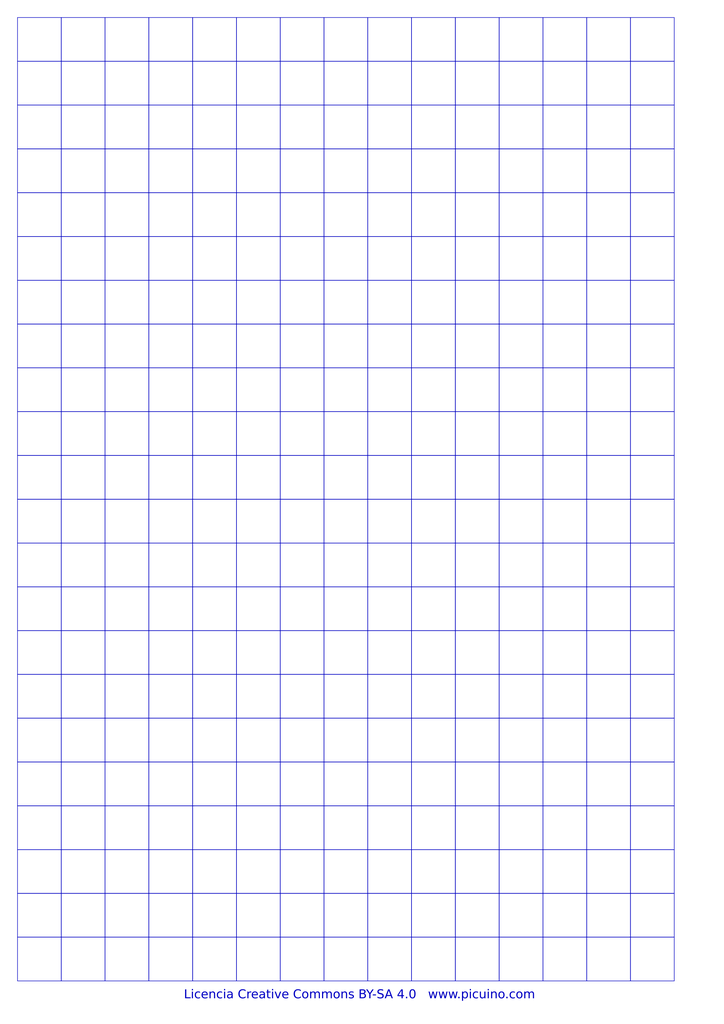
<source format=kicad_sch>
(kicad_sch (version 20230121) (generator eeschema)
  (paper "A4" portrait)
  (lib_symbols)
  (rectangle (start 55.88 132.08) (end 68.58 144.78))
  (rectangle (start 93.98 182.88) (end 106.68 195.58))
  (rectangle (start 182.88 17.78) (end 195.58 30.48))
  (rectangle (start 93.98 157.48) (end 106.68 170.18))
  (rectangle (start 30.48 81.28) (end 43.18 93.98))
  (rectangle (start 119.38 17.78) (end 132.08 30.48))
  (rectangle (start 81.28 246.38) (end 93.98 259.08))
  (rectangle (start 144.78 144.78) (end 157.48 157.48))
  (rectangle (start 106.68 132.08) (end 119.38 144.78))
  (rectangle (start 5.08 55.88) (end 17.78 68.58))
  (rectangle (start 132.08 271.78) (end 144.78 284.48))
  (rectangle (start 81.28 220.98) (end 93.98 233.68))
  (rectangle (start 5.08 68.58) (end 17.78 81.28))
  (rectangle (start 182.88 271.78) (end 195.58 284.48))
  (rectangle (start 106.68 93.98) (end 119.38 106.68))
  (rectangle (start 144.78 55.88) (end 157.48 68.58))
  (rectangle (start 119.38 259.08) (end 132.08 271.78))
  (rectangle (start 81.28 30.48) (end 93.98 43.18))
  (rectangle (start 182.88 246.38) (end 195.58 259.08))
  (rectangle (start 119.38 182.88) (end 132.08 195.58))
  (rectangle (start 30.48 157.48) (end 43.18 170.18))
  (rectangle (start 43.18 119.38) (end 55.88 132.08))
  (rectangle (start 157.48 30.48) (end 170.18 43.18))
  (rectangle (start 182.88 119.38) (end 195.58 132.08))
  (rectangle (start 81.28 132.08) (end 93.98 144.78))
  (rectangle (start 182.88 220.98) (end 195.58 233.68))
  (rectangle (start 17.78 30.48) (end 30.48 43.18))
  (rectangle (start 106.68 5.08) (end 119.38 17.78))
  (rectangle (start 106.68 43.18) (end 119.38 55.88))
  (rectangle (start 17.78 55.88) (end 30.48 68.58))
  (rectangle (start 81.28 271.78) (end 93.98 284.48))
  (rectangle (start 170.18 17.78) (end 182.88 30.48))
  (rectangle (start 68.58 208.28) (end 81.28 220.98))
  (rectangle (start 157.48 195.58) (end 170.18 208.28))
  (rectangle (start 119.38 30.48) (end 132.08 43.18))
  (rectangle (start 68.58 144.78) (end 81.28 157.48))
  (rectangle (start 119.38 55.88) (end 132.08 68.58))
  (rectangle (start 55.88 106.68) (end 68.58 119.38))
  (rectangle (start 5.08 271.78) (end 17.78 284.48))
  (rectangle (start 132.08 195.58) (end 144.78 208.28))
  (rectangle (start 30.48 246.38) (end 43.18 259.08))
  (rectangle (start 93.98 170.18) (end 106.68 182.88))
  (rectangle (start 17.78 106.68) (end 30.48 119.38))
  (rectangle (start 144.78 233.68) (end 157.48 246.38))
  (rectangle (start 30.48 144.78) (end 43.18 157.48))
  (rectangle (start 170.18 271.78) (end 182.88 284.48))
  (rectangle (start 43.18 5.08) (end 55.88 17.78))
  (rectangle (start 93.98 195.58) (end 106.68 208.28))
  (rectangle (start 68.58 271.78) (end 81.28 284.48))
  (rectangle (start 93.98 271.78) (end 106.68 284.48))
  (rectangle (start 81.28 119.38) (end 93.98 132.08))
  (rectangle (start 106.68 81.28) (end 119.38 93.98))
  (rectangle (start 55.88 17.78) (end 68.58 30.48))
  (rectangle (start 55.88 119.38) (end 68.58 132.08))
  (rectangle (start 68.58 195.58) (end 81.28 208.28))
  (rectangle (start 81.28 157.48) (end 93.98 170.18))
  (rectangle (start 157.48 106.68) (end 170.18 119.38))
  (rectangle (start 93.98 81.28) (end 106.68 93.98))
  (rectangle (start 93.98 43.18) (end 106.68 55.88))
  (rectangle (start 68.58 119.38) (end 81.28 132.08))
  (rectangle (start 17.78 119.38) (end 30.48 132.08))
  (rectangle (start 55.88 170.18) (end 68.58 182.88))
  (rectangle (start 30.48 271.78) (end 43.18 284.48))
  (rectangle (start 132.08 182.88) (end 144.78 195.58))
  (rectangle (start 93.98 55.88) (end 106.68 68.58))
  (rectangle (start 17.78 208.28) (end 30.48 220.98))
  (rectangle (start 170.18 68.58) (end 182.88 81.28))
  (rectangle (start 93.98 144.78) (end 106.68 157.48))
  (rectangle (start 182.88 43.18) (end 195.58 55.88))
  (rectangle (start 55.88 5.08) (end 68.58 17.78))
  (rectangle (start 43.18 93.98) (end 55.88 106.68))
  (rectangle (start 81.28 68.58) (end 93.98 81.28))
  (rectangle (start 5.08 81.28) (end 17.78 93.98))
  (rectangle (start 170.18 132.08) (end 182.88 144.78))
  (rectangle (start 17.78 17.78) (end 30.48 30.48))
  (rectangle (start 170.18 81.28) (end 182.88 93.98))
  (rectangle (start 93.98 208.28) (end 106.68 220.98))
  (rectangle (start 5.08 170.18) (end 17.78 182.88))
  (rectangle (start 68.58 246.38) (end 81.28 259.08))
  (rectangle (start 93.98 220.98) (end 106.68 233.68))
  (rectangle (start 5.08 5.08) (end 17.78 17.78))
  (rectangle (start 106.68 208.28) (end 119.38 220.98))
  (rectangle (start 157.48 144.78) (end 170.18 157.48))
  (rectangle (start 17.78 144.78) (end 30.48 157.48))
  (rectangle (start 106.68 233.68) (end 119.38 246.38))
  (rectangle (start 93.98 119.38) (end 106.68 132.08))
  (rectangle (start 144.78 119.38) (end 157.48 132.08))
  (rectangle (start 5.08 220.98) (end 17.78 233.68))
  (rectangle (start 43.18 132.08) (end 55.88 144.78))
  (rectangle (start 106.68 157.48) (end 119.38 170.18))
  (rectangle (start 157.48 93.98) (end 170.18 106.68))
  (rectangle (start 170.18 246.38) (end 182.88 259.08))
  (rectangle (start 30.48 17.78) (end 43.18 30.48))
  (rectangle (start 43.18 144.78) (end 55.88 157.48))
  (rectangle (start 106.68 119.38) (end 119.38 132.08))
  (rectangle (start 106.68 182.88) (end 119.38 195.58))
  (rectangle (start 119.38 157.48) (end 132.08 170.18))
  (rectangle (start 170.18 220.98) (end 182.88 233.68))
  (rectangle (start 144.78 106.68) (end 157.48 119.38))
  (rectangle (start 68.58 93.98) (end 81.28 106.68))
  (rectangle (start 30.48 195.58) (end 43.18 208.28))
  (rectangle (start 182.88 5.08) (end 195.58 17.78))
  (rectangle (start 68.58 233.68) (end 81.28 246.38))
  (rectangle (start 5.08 195.58) (end 17.78 208.28))
  (rectangle (start 55.88 93.98) (end 68.58 106.68))
  (rectangle (start 55.88 68.58) (end 68.58 81.28))
  (rectangle (start 81.28 233.68) (end 93.98 246.38))
  (rectangle (start 182.88 170.18) (end 195.58 182.88))
  (rectangle (start 55.88 246.38) (end 68.58 259.08))
  (rectangle (start 132.08 68.58) (end 144.78 81.28))
  (rectangle (start 182.88 157.48) (end 195.58 170.18))
  (rectangle (start 5.08 132.08) (end 17.78 144.78))
  (rectangle (start 182.88 55.88) (end 195.58 68.58))
  (rectangle (start 43.18 271.78) (end 55.88 284.48))
  (rectangle (start 119.38 81.28) (end 132.08 93.98))
  (rectangle (start 157.48 132.08) (end 170.18 144.78))
  (rectangle (start 30.48 5.08) (end 43.18 17.78))
  (rectangle (start 182.88 106.68) (end 195.58 119.38))
  (rectangle (start 132.08 144.78) (end 144.78 157.48))
  (rectangle (start 144.78 220.98) (end 157.48 233.68))
  (rectangle (start 17.78 195.58) (end 30.48 208.28))
  (rectangle (start 119.38 132.08) (end 132.08 144.78))
  (rectangle (start 81.28 144.78) (end 93.98 157.48))
  (rectangle (start 30.48 233.68) (end 43.18 246.38))
  (rectangle (start 5.08 208.28) (end 17.78 220.98))
  (rectangle (start 30.48 55.88) (end 43.18 68.58))
  (rectangle (start 55.88 30.48) (end 68.58 43.18))
  (rectangle (start 157.48 119.38) (end 170.18 132.08))
  (rectangle (start 106.68 220.98) (end 119.38 233.68))
  (rectangle (start 68.58 30.48) (end 81.28 43.18))
  (rectangle (start 106.68 259.08) (end 119.38 271.78))
  (rectangle (start 30.48 119.38) (end 43.18 132.08))
  (rectangle (start 132.08 106.68) (end 144.78 119.38))
  (rectangle (start 157.48 246.38) (end 170.18 259.08))
  (rectangle (start 119.38 144.78) (end 132.08 157.48))
  (rectangle (start 5.08 30.48) (end 17.78 43.18))
  (rectangle (start 81.28 93.98) (end 93.98 106.68))
  (rectangle (start 5.08 182.88) (end 17.78 195.58))
  (rectangle (start 5.08 259.08) (end 17.78 271.78))
  (rectangle (start 55.88 220.98) (end 68.58 233.68))
  (rectangle (start 106.68 68.58) (end 119.38 81.28))
  (rectangle (start 170.18 93.98) (end 182.88 106.68))
  (rectangle (start 81.28 81.28) (end 93.98 93.98))
  (rectangle (start 119.38 68.58) (end 132.08 81.28))
  (rectangle (start 30.48 93.98) (end 43.18 106.68))
  (rectangle (start 119.38 208.28) (end 132.08 220.98))
  (rectangle (start 81.28 43.18) (end 93.98 55.88))
  (rectangle (start 55.88 208.28) (end 68.58 220.98))
  (rectangle (start 119.38 271.78) (end 132.08 284.48))
  (rectangle (start 5.08 93.98) (end 17.78 106.68))
  (rectangle (start 43.18 68.58) (end 55.88 81.28))
  (rectangle (start 144.78 5.08) (end 157.48 17.78))
  (rectangle (start 106.68 17.78) (end 119.38 30.48))
  (rectangle (start 144.78 132.08) (end 157.48 144.78))
  (rectangle (start 157.48 17.78) (end 170.18 30.48))
  (rectangle (start 170.18 106.68) (end 182.88 119.38))
  (rectangle (start 170.18 157.48) (end 182.88 170.18))
  (rectangle (start 157.48 157.48) (end 170.18 170.18))
  (rectangle (start 93.98 68.58) (end 106.68 81.28))
  (rectangle (start 68.58 259.08) (end 81.28 271.78))
  (rectangle (start 119.38 43.18) (end 132.08 55.88))
  (rectangle (start 132.08 17.78) (end 144.78 30.48))
  (rectangle (start 30.48 106.68) (end 43.18 119.38))
  (rectangle (start 68.58 220.98) (end 81.28 233.68))
  (rectangle (start 55.88 195.58) (end 68.58 208.28))
  (rectangle (start 30.48 208.28) (end 43.18 220.98))
  (rectangle (start 157.48 55.88) (end 170.18 68.58))
  (rectangle (start 119.38 170.18) (end 132.08 182.88))
  (rectangle (start 81.28 17.78) (end 93.98 30.48))
  (rectangle (start 132.08 43.18) (end 144.78 55.88))
  (rectangle (start 144.78 157.48) (end 157.48 170.18))
  (rectangle (start 182.88 132.08) (end 195.58 144.78))
  (rectangle (start 119.38 220.98) (end 132.08 233.68))
  (rectangle (start 182.88 182.88) (end 195.58 195.58))
  (rectangle (start 106.68 144.78) (end 119.38 157.48))
  (rectangle (start 170.18 208.28) (end 182.88 220.98))
  (rectangle (start 132.08 246.38) (end 144.78 259.08))
  (rectangle (start 182.88 259.08) (end 195.58 271.78))
  (rectangle (start 132.08 119.38) (end 144.78 132.08))
  (rectangle (start 157.48 170.18) (end 170.18 182.88))
  (rectangle (start 144.78 93.98) (end 157.48 106.68))
  (rectangle (start 93.98 246.38) (end 106.68 259.08))
  (rectangle (start 5.08 144.78) (end 17.78 157.48))
  (rectangle (start 43.18 233.68) (end 55.88 246.38))
  (rectangle (start 43.18 246.38) (end 55.88 259.08))
  (rectangle (start 5.08 119.38) (end 17.78 132.08))
  (rectangle (start 55.88 233.68) (end 68.58 246.38))
  (rectangle (start 157.48 81.28) (end 170.18 93.98))
  (rectangle (start 144.78 68.58) (end 157.48 81.28))
  (rectangle (start 68.58 68.58) (end 81.28 81.28))
  (rectangle (start 144.78 182.88) (end 157.48 195.58))
  (rectangle (start 55.88 43.18) (end 68.58 55.88))
  (rectangle (start 157.48 68.58) (end 170.18 81.28))
  (rectangle (start 157.48 233.68) (end 170.18 246.38))
  (rectangle (start 170.18 119.38) (end 182.88 132.08))
  (rectangle (start 5.08 106.68) (end 17.78 119.38))
  (rectangle (start 170.18 233.68) (end 182.88 246.38))
  (rectangle (start 43.18 182.88) (end 55.88 195.58))
  (rectangle (start 170.18 43.18) (end 182.88 55.88))
  (rectangle (start 55.88 55.88) (end 68.58 68.58))
  (rectangle (start 17.78 220.98) (end 30.48 233.68))
  (rectangle (start 68.58 157.48) (end 81.28 170.18))
  (rectangle (start 106.68 246.38) (end 119.38 259.08))
  (rectangle (start 55.88 182.88) (end 68.58 195.58))
  (rectangle (start 182.88 195.58) (end 195.58 208.28))
  (rectangle (start 132.08 81.28) (end 144.78 93.98))
  (rectangle (start 132.08 5.08) (end 144.78 17.78))
  (rectangle (start 93.98 132.08) (end 106.68 144.78))
  (rectangle (start 132.08 30.48) (end 144.78 43.18))
  (rectangle (start 17.78 157.48) (end 30.48 170.18))
  (rectangle (start 5.08 246.38) (end 17.78 259.08))
  (rectangle (start 119.38 93.98) (end 132.08 106.68))
  (rectangle (start 182.88 68.58) (end 195.58 81.28))
  (rectangle (start 132.08 233.68) (end 144.78 246.38))
  (rectangle (start 81.28 55.88) (end 93.98 68.58))
  (rectangle (start 43.18 195.58) (end 55.88 208.28))
  (rectangle (start 68.58 132.08) (end 81.28 144.78))
  (rectangle (start 43.18 55.88) (end 55.88 68.58))
  (rectangle (start 30.48 68.58) (end 43.18 81.28))
  (rectangle (start 170.18 195.58) (end 182.88 208.28))
  (rectangle (start 170.18 144.78) (end 182.88 157.48))
  (rectangle (start 17.78 259.08) (end 30.48 271.78))
  (rectangle (start 93.98 233.68) (end 106.68 246.38))
  (rectangle (start 17.78 43.18) (end 30.48 55.88))
  (rectangle (start 106.68 271.78) (end 119.38 284.48))
  (rectangle (start 17.78 246.38) (end 30.48 259.08))
  (rectangle (start 93.98 106.68) (end 106.68 119.38))
  (rectangle (start 68.58 106.68) (end 81.28 119.38))
  (rectangle (start 170.18 55.88) (end 182.88 68.58))
  (rectangle (start 144.78 246.38) (end 157.48 259.08))
  (rectangle (start 5.08 43.18) (end 17.78 55.88))
  (rectangle (start 144.78 81.28) (end 157.48 93.98))
  (rectangle (start 106.68 55.88) (end 119.38 68.58))
  (rectangle (start 182.88 208.28) (end 195.58 220.98))
  (rectangle (start 17.78 170.18) (end 30.48 182.88))
  (rectangle (start 17.78 182.88) (end 30.48 195.58))
  (rectangle (start 132.08 259.08) (end 144.78 271.78))
  (rectangle (start 106.68 30.48) (end 119.38 43.18))
  (rectangle (start 93.98 93.98) (end 106.68 106.68))
  (rectangle (start 93.98 259.08) (end 106.68 271.78))
  (rectangle (start 17.78 233.68) (end 30.48 246.38))
  (rectangle (start 170.18 170.18) (end 182.88 182.88))
  (rectangle (start 144.78 259.08) (end 157.48 271.78))
  (rectangle (start 157.48 271.78) (end 170.18 284.48))
  (rectangle (start 157.48 43.18) (end 170.18 55.88))
  (rectangle (start 30.48 43.18) (end 43.18 55.88))
  (rectangle (start 93.98 17.78) (end 106.68 30.48))
  (rectangle (start 106.68 195.58) (end 119.38 208.28))
  (rectangle (start 68.58 81.28) (end 81.28 93.98))
  (rectangle (start 43.18 259.08) (end 55.88 271.78))
  (rectangle (start 106.68 170.18) (end 119.38 182.88))
  (rectangle (start 81.28 195.58) (end 93.98 208.28))
  (rectangle (start 17.78 271.78) (end 30.48 284.48))
  (rectangle (start 17.78 81.28) (end 30.48 93.98))
  (rectangle (start 144.78 17.78) (end 157.48 30.48))
  (rectangle (start 170.18 5.08) (end 182.88 17.78))
  (rectangle (start 55.88 271.78) (end 68.58 284.48))
  (rectangle (start 182.88 233.68) (end 195.58 246.38))
  (rectangle (start 17.78 132.08) (end 30.48 144.78))
  (rectangle (start 182.88 93.98) (end 195.58 106.68))
  (rectangle (start 132.08 93.98) (end 144.78 106.68))
  (rectangle (start 43.18 30.48) (end 55.88 43.18))
  (rectangle (start 68.58 5.08) (end 81.28 17.78))
  (rectangle (start 144.78 30.48) (end 157.48 43.18))
  (rectangle (start 157.48 182.88) (end 170.18 195.58))
  (rectangle (start 132.08 208.28) (end 144.78 220.98))
  (rectangle (start 43.18 208.28) (end 55.88 220.98))
  (rectangle (start 119.38 119.38) (end 132.08 132.08))
  (rectangle (start 144.78 43.18) (end 157.48 55.88))
  (rectangle (start 81.28 259.08) (end 93.98 271.78))
  (rectangle (start 30.48 170.18) (end 43.18 182.88))
  (rectangle (start 43.18 17.78) (end 55.88 30.48))
  (rectangle (start 68.58 182.88) (end 81.28 195.58))
  (rectangle (start 157.48 259.08) (end 170.18 271.78))
  (rectangle (start 182.88 30.48) (end 195.58 43.18))
  (rectangle (start 182.88 81.28) (end 195.58 93.98))
  (rectangle (start 30.48 132.08) (end 43.18 144.78))
  (rectangle (start 144.78 195.58) (end 157.48 208.28))
  (rectangle (start 43.18 220.98) (end 55.88 233.68))
  (rectangle (start 81.28 208.28) (end 93.98 220.98))
  (rectangle (start 132.08 220.98) (end 144.78 233.68))
  (rectangle (start 132.08 132.08) (end 144.78 144.78))
  (rectangle (start 170.18 259.08) (end 182.88 271.78))
  (rectangle (start 119.38 233.68) (end 132.08 246.38))
  (rectangle (start 93.98 30.48) (end 106.68 43.18))
  (rectangle (start 68.58 170.18) (end 81.28 182.88))
  (rectangle (start 93.98 5.08) (end 106.68 17.78))
  (rectangle (start 17.78 68.58) (end 30.48 81.28))
  (rectangle (start 157.48 220.98) (end 170.18 233.68))
  (rectangle (start 5.08 233.68) (end 17.78 246.38))
  (rectangle (start 119.38 195.58) (end 132.08 208.28))
  (rectangle (start 68.58 17.78) (end 81.28 30.48))
  (rectangle (start 157.48 208.28) (end 170.18 220.98))
  (rectangle (start 144.78 208.28) (end 157.48 220.98))
  (rectangle (start 144.78 271.78) (end 157.48 284.48))
  (rectangle (start 55.88 144.78) (end 68.58 157.48))
  (rectangle (start 43.18 81.28) (end 55.88 93.98))
  (rectangle (start 30.48 259.08) (end 43.18 271.78))
  (rectangle (start 55.88 157.48) (end 68.58 170.18))
  (rectangle (start 30.48 182.88) (end 43.18 195.58))
  (rectangle (start 5.08 17.78) (end 17.78 30.48))
  (rectangle (start 182.88 144.78) (end 195.58 157.48))
  (rectangle (start 68.58 55.88) (end 81.28 68.58))
  (rectangle (start 170.18 30.48) (end 182.88 43.18))
  (rectangle (start 106.68 106.68) (end 119.38 119.38))
  (rectangle (start 119.38 106.68) (end 132.08 119.38))
  (rectangle (start 144.78 170.18) (end 157.48 182.88))
  (rectangle (start 68.58 43.18) (end 81.28 55.88))
  (rectangle (start 5.08 157.48) (end 17.78 170.18))
  (rectangle (start 119.38 5.08) (end 132.08 17.78))
  (rectangle (start 81.28 5.08) (end 93.98 17.78))
  (rectangle (start 55.88 259.08) (end 68.58 271.78))
  (rectangle (start 17.78 93.98) (end 30.48 106.68))
  (rectangle (start 81.28 182.88) (end 93.98 195.58))
  (rectangle (start 43.18 170.18) (end 55.88 182.88))
  (rectangle (start 55.88 81.28) (end 68.58 93.98))
  (rectangle (start 43.18 157.48) (end 55.88 170.18))
  (rectangle (start 81.28 170.18) (end 93.98 182.88))
  (rectangle (start 132.08 157.48) (end 144.78 170.18))
  (rectangle (start 30.48 220.98) (end 43.18 233.68))
  (rectangle (start 43.18 106.68) (end 55.88 119.38))
  (rectangle (start 30.48 30.48) (end 43.18 43.18))
  (rectangle (start 170.18 182.88) (end 182.88 195.58))
  (rectangle (start 132.08 170.18) (end 144.78 182.88))
  (rectangle (start 81.28 106.68) (end 93.98 119.38))
  (rectangle (start 17.78 5.08) (end 30.48 17.78))
  (rectangle (start 157.48 5.08) (end 170.18 17.78))
  (rectangle (start 43.18 43.18) (end 55.88 55.88))
  (rectangle (start 132.08 55.88) (end 144.78 68.58))
  (rectangle (start 119.38 246.38) (end 132.08 259.08))
  (text "Licencia Creative Commons BY-SA 4.0   www.picuino.com" (at 53.34 290.83 0) (effects (font (size 2.54 2.54)) (justify left bottom)))
)
</source>
